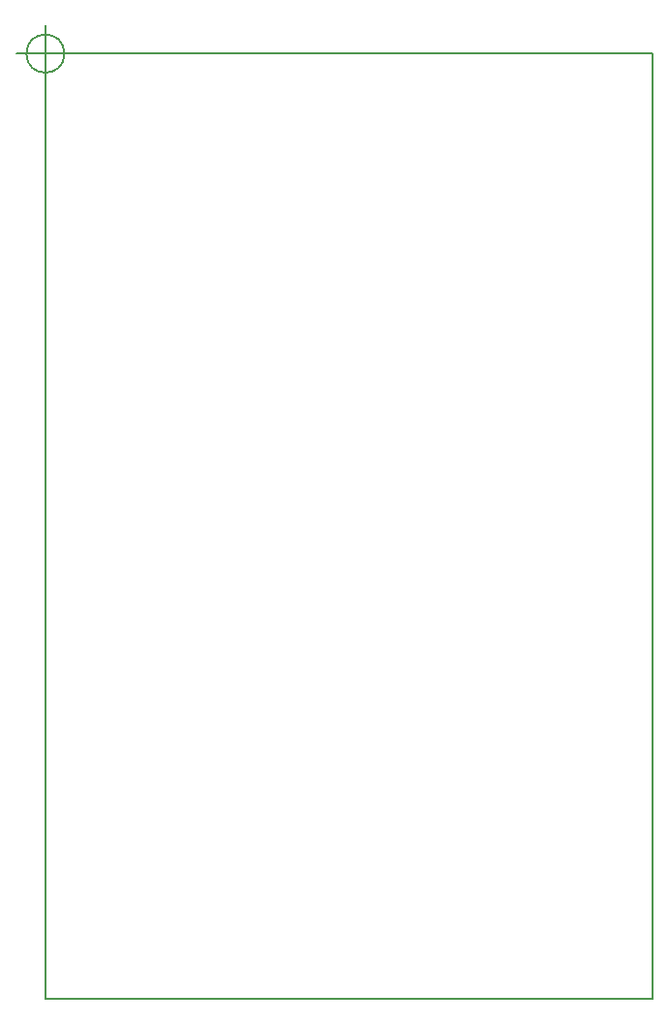
<source format=gm1>
G04 #@! TF.FileFunction,Profile,NP*
%FSLAX46Y46*%
G04 Gerber Fmt 4.6, Leading zero omitted, Abs format (unit mm)*
G04 Created by KiCad (PCBNEW 4.0.7) date 05/24/21 14:21:38*
%MOMM*%
%LPD*%
G01*
G04 APERTURE LIST*
%ADD10C,0.200000*%
%ADD11C,0.150000*%
G04 APERTURE END LIST*
D10*
D11*
X1666666Y0D02*
G75*
G03X1666666Y0I-1666666J0D01*
G01*
X-2500000Y0D02*
X2500000Y0D01*
X0Y2500000D02*
X0Y-2500000D01*
X53100000Y-500000D02*
X53100000Y0D01*
X0Y-500000D02*
X0Y0D01*
X53100000Y-2000000D02*
X53100000Y-500000D01*
X0Y-2000000D02*
X0Y-500000D01*
X0Y-2000000D02*
X0Y-6000000D01*
X53100000Y-2000000D02*
X53100000Y-6000000D01*
X0Y-82600000D02*
X0Y-6000000D01*
X53100000Y-82600000D02*
X0Y-82600000D01*
X53100000Y-6000000D02*
X53100000Y-82600000D01*
X51300000Y0D02*
X53100000Y0D01*
X0Y0D02*
X51300000Y0D01*
M02*

</source>
